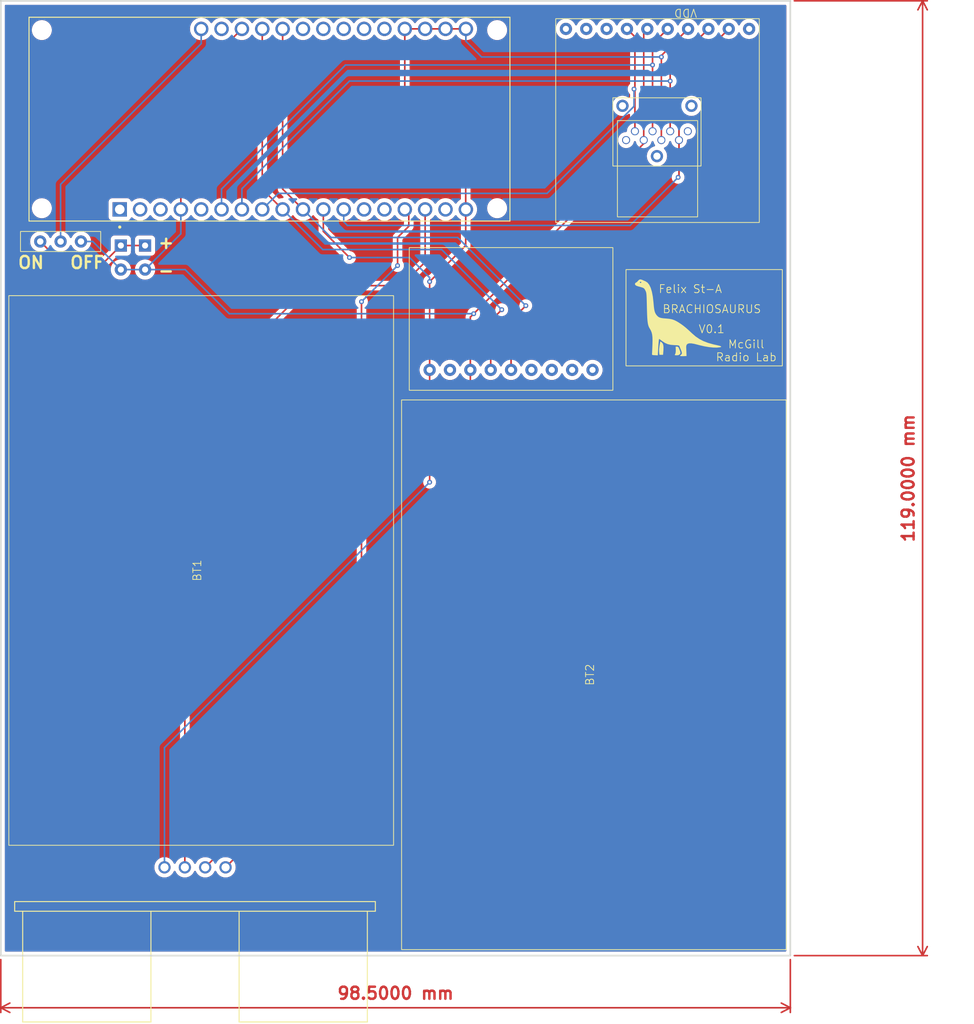
<source format=kicad_pcb>
(kicad_pcb (version 20240108) (generator "pcbnew") (generator_version "8.0")
  (layers (0 "F.Cu" signal) (31 "B.Cu" signal) (34 "B.Paste" user) (35 "F.Paste" user) (36 "B.SilkS" user "B.Silkscreen") (37 "F.SilkS" user "F.Silkscreen") (38 "B.Mask" user) (39 "F.Mask" user) (44 "Edge.Cuts" user))
  (net 0 "")
  (net 1 "Net-(U1-TRIG)")
  (net 2 "Net-(U1-ECHO)")
  (net 3 "Net-(U1-VCC)")
  (net 8 "Net-(U3-SCL)")
  (net 10 "Net-(U3-SDA)")
  (net 11 "Net-(U2-SCK)")
  (net 13 "Net-(U2-MISO)")
  (net 15 "Net-(U2-D7)")
  (net 18 "Net-(U2-MOSI)")
  (net 33 "Net-(SW1-B)")
  (net 36 "Net-(SW1-A)")
  (net 37 "Net-(SW1-C)")
  (footprint "singing foot:batteries" (layer "F.Cu") (at 121 110 90)
    (property "Reference" "BT1" (at 0 -0.5 90) (layer "F.SilkS") (effects (font (thickness 0.1))))
    (property "Value" "Battery_Cell")
    (fp_rect (start 34.25 -24) (end -34.25 24) (stroke (width 0.1)) (fill none) (layer "F.SilkS"))
  )
  (footprint "singing foot:battery_holes" (layer "F.Cu") (at 110.976 71 -90)
    (property "Reference" "U7" (hide yes))
    (property "Value" "~")
    (pad "1" thru_hole rect (at -1.5 0 270) (size 1.524 1.524) (drill 0.762) (layers "*.Cu" "*.Mask") (net 37 "Net-(SW1-C)"))
    (pad "2" thru_hole circle (at 1.5 0 270) (size 1.524 1.524) (drill 0.762) (layers "*.Cu" "*.Mask") (net 36 "Net-(SW1-A)"))
  )
  (footprint "singing foot:accelerometer" (layer "F.Cu") (at 159.66 78.65)
    (property "Reference" "U3" (hide yes))
    (property "Value" "~" (hide yes))
    (fp_rect (start -12.7 -8.89) (end 12.7 8.89) (stroke (width 0.1)) (fill none) (layer "F.SilkS"))
    (pad "1" thru_hole circle (at -10.16 6.35) (size 1.524 1.524) (drill 0.762) (layers "*.Cu" "*.Mask") (net 3 "Net-(U1-VCC)"))
    (pad "2" thru_hole circle (at -7.62 6.35) (size 1.524 1.524) (drill 0.762) (layers "*.Cu" "*.Mask"))
    (pad "3" thru_hole circle (at -5.08 6.35) (size 1.524 1.524) (drill 0.762) (layers "*.Cu" "*.Mask") (net 36 "Net-(SW1-A)"))
    (pad "4" thru_hole circle (at -2.54 6.35) (size 1.524 1.524) (drill 0.762) (layers "*.Cu" "*.Mask") (net 8 "Net-(U3-SCL)"))
    (pad "5" thru_hole circle (at 0 6.35) (size 1.524 1.524) (drill 0.762) (layers "*.Cu" "*.Mask") (net 10 "Net-(U3-SDA)"))
    (pad "6" thru_hole circle (at 2.54 6.35) (size 1.524 1.524) (drill 0.762) (layers "*.Cu" "*.Mask"))
    (pad "7" thru_hole circle (at 5.08 6.35) (size 1.524 1.524) (drill 0.762) (layers "*.Cu" "*.Mask"))
    (pad "8" thru_hole circle (at 7.62 6.35) (size 1.524 1.524) (drill 0.762) (layers "*.Cu" "*.Mask"))
    (pad "9" thru_hole circle (at 10.16 6.35) (size 1.524 1.524) (drill 0.762) (layers "*.Cu" "*.Mask"))
  )
  (footprint "singing foot:uSD board" (layer "F.Cu") (at 177.93 53.93 180)
    (property "Reference" "U4" (hide yes))
    (property "Value" "~" (hide yes))
    (fp_rect (start -5 -12) (end 5 0) (stroke (width 0.1)) (fill none) (layer "F.SilkS"))
    (fp_rect (start -12.7 -12.7) (end 12.7 12.7) (stroke (width 0.1)) (fill none) (layer "F.SilkS"))
    (fp_text user "VDD" (at -5 14 180) (layer "F.SilkS") (effects (font (thickness 0.1)) (justify left bottom)))
    (pad "1" thru_hole circle (at -11.43 11.43 180) (size 1.524 1.524) (drill 0.762) (layers "*.Cu" "*.Mask"))
    (pad "2" thru_hole circle (at -8.89 11.43 180) (size 1.524 1.524) (drill 0.762) (layers "*.Cu" "*.Mask") (net 15 "Net-(U2-D7)"))
    (pad "3" thru_hole circle (at -6.35 11.43 180) (size 1.524 1.524) (drill 0.762) (layers "*.Cu" "*.Mask") (net 18 "Net-(U2-MOSI)"))
    (pad "4" thru_hole circle (at -3.81 11.43 180) (size 1.524 1.524) (drill 0.762) (layers "*.Cu" "*.Mask") (net 3 "Net-(U1-VCC)"))
    (pad "5" thru_hole circle (at -1.27 11.43 180) (size 1.524 1.524) (drill 0.762) (layers "*.Cu" "*.Mask") (net 11 "Net-(U2-SCK)"))
    (pad "6" thru_hole circle (at 1.27 11.43 180) (size 1.524 1.524) (drill 0.762) (layers "*.Cu" "*.Mask") (net 36 "Net-(SW1-A)"))
    (pad "7" thru_hole circle (at 3.81 11.43 180) (size 1.524 1.524) (drill 0.762) (layers "*.Cu" "*.Mask") (net 13 "Net-(U2-MISO)"))
    (pad "8" thru_hole circle (at 6.35 11.43 180) (size 1.524 1.524) (drill 0.762) (layers "*.Cu" "*.Mask"))
    (pad "9" thru_hole circle (at 8.89 11.43 180) (size 1.524 1.524) (drill 0.762) (layers "*.Cu" "*.Mask"))
    (pad "10" thru_hole circle (at 11.43 11.43 180) (size 1.524 1.524) (drill 0.762) (layers "*.Cu" "*.Mask"))
  )
  (footprint "singing foot:battery_holes" (layer "F.Cu") (at 114 71 -90)
    (property "Reference" "U6" (hide yes))
    (property "Value" "~" (hide yes))
    (pad "1" thru_hole rect (at -1.5 0 270) (size 1.524 1.524) (drill 0.762) (layers "*.Cu" "*.Mask") (net 37 "Net-(SW1-C)"))
    (pad "2" thru_hole circle (at 1.5 0 270) (size 1.524 1.524) (drill 0.762) (layers "*.Cu" "*.Mask") (net 36 "Net-(SW1-A)"))
  )
  (footprint "singing foot:MODULE_DFR0654" (layer "F.Cu") (at 129.52 53.75 90)
    (property "Reference" "U2" (hide yes))
    (property "Value" "DFR0654")
    (fp_line (start 12.7 -30) (end -12.7 -30) (stroke (width 0.127)) (layer "F.SilkS"))
    (fp_line (start 12.7 -30) (end 12.7 30) (stroke (width 0.127)) (layer "F.SilkS"))
    (fp_line (start -12.7 -30) (end -12.7 30) (stroke (width 0.127)) (layer "F.SilkS"))
    (fp_line (start 12.7 30) (end -12.7 30) (stroke (width 0.127)) (layer "F.SilkS"))
    (fp_circle (center -13.45 -18.68) (end -13.35 -18.68) (stroke (width 0.2)) (fill none) (layer "F.SilkS"))
    (pad "" np_thru_hole circle (at -11.1 -28.4 90) (size 2 2) (drill 2) (layers "*.Cu" "*.Mask"))
    (pad "" np_thru_hole circle (at -11.1 28.4 90) (size 2 2) (drill 2) (layers "*.Cu" "*.Mask"))
    (pad "" np_thru_hole circle (at 11.1 -28.4 90) (size 2 2) (drill 2) (layers "*.Cu" "*.Mask"))
    (pad "" np_thru_hole circle (at 11.1 28.4 90) (size 2 2) (drill 2) (layers "*.Cu" "*.Mask"))
    (pad "1" thru_hole rect (at -11.25 -18.68 90) (size 1.8 1.8) (drill 1.2) (layers "*.Cu" "*.Mask"))
    (pad "2" thru_hole circle (at -11.25 -16.14 90) (size 1.8 1.8) (drill 1.2) (layers "*.Cu" "*.Mask"))
    (pad "3" thru_hole circle (at -11.25 -13.6 90) (size 1.8 1.8) (drill 1.2) (layers "*.Cu" "*.Mask"))
    (pad "4" thru_hole circle (at -11.25 -11.06 90) (size 1.8 1.8) (drill 1.2) (layers "*.Cu" "*.Mask") (net 36 "Net-(SW1-A)"))
    (pad "5" thru_hole circle (at -11.25 -8.52 90) (size 1.8 1.8) (drill 1.2) (layers "*.Cu" "*.Mask"))
    (pad "6" thru_hole circle (at -11.25 -5.98 90) (size 1.8 1.8) (drill 1.2) (layers "*.Cu" "*.Mask") (net 11 "Net-(U2-SCK)"))
    (pad "7" thru_hole circle (at -11.25 -3.44 90) (size 1.8 1.8) (drill 1.2) (layers "*.Cu" "*.Mask") (net 18 "Net-(U2-MOSI)"))
    (pad "8" thru_hole circle (at -11.25 -0.9 90) (size 1.8 1.8) (drill 1.2) (layers "*.Cu" "*.Mask") (net 13 "Net-(U2-MISO)"))
    (pad "9" thru_hole circle (at -11.25 1.64 90) (size 1.8 1.8) (drill 1.2) (layers "*.Cu" "*.Mask") (net 8 "Net-(U3-SCL)"))
    (pad "10" thru_hole circle (at -11.25 4.18 90) (size 1.8 1.8) (drill 1.2) (layers "*.Cu" "*.Mask") (net 10 "Net-(U3-SDA)"))
    (pad "11" thru_hole circle (at -11.25 6.72 90) (size 1.8 1.8) (drill 1.2) (layers "*.Cu" "*.Mask") (net 3 "Net-(U1-VCC)"))
    (pad "12" thru_hole circle (at -11.25 9.26 90) (size 1.8 1.8) (drill 1.2) (layers "*.Cu" "*.Mask") (net 15 "Net-(U2-D7)"))
    (pad "13" thru_hole circle (at -11.25 11.8 90) (size 1.8 1.8) (drill 1.2) (layers "*.Cu" "*.Mask"))
    (pad "14" thru_hole circle (at -11.25 14.34 90) (size 1.8 1.8) (drill 1.2) (layers "*.Cu" "*.Mask"))
    (pad "15" thru_hole circle (at -11.25 16.88 90) (size 1.8 1.8) (drill 1.2) (layers "*.Cu" "*.Mask") (net 2 "Net-(U1-ECHO)"))
    (pad "16" thru_hole circle (at -11.25 19.42 90) (size 1.8 1.8) (drill 1.2) (layers "*.Cu" "*.Mask") (net 1 "Net-(U1-TRIG)"))
    (pad "17" thru_hole circle (at -11.25 21.96 90) (size 1.8 1.8) (drill 1.2) (layers "*.Cu" "*.Mask"))
    (pad "18" thru_hole circle (at -11.25 24.5 90) (size 1.8 1.8) (drill 1.2) (layers "*.Cu" "*.Mask"))
    (pad "19" thru_hole circle (at 11.25 24.5 90) (size 1.8 1.8) (drill 1.2) (layers "*.Cu" "*.Mask") (net 3 "Net-(U1-VCC)"))
    (pad "20" thru_hole circle (at 11.25 21.96 90) (size 1.8 1.8) (drill 1.2) (layers "*.Cu" "*.Mask") (net 3 "Net-(U1-VCC)"))
    (pad "21" thru_hole circle (at 11.25 19.42 90) (size 1.8 1.8) (drill 1.2) (layers "*.Cu" "*.Mask") (net 3 "Net-(U1-VCC)"))
    (pad "22" thru_hole circle (at 11.25 16.88 90) (size 1.8 1.8) (drill 1.2) (layers "*.Cu" "*.Mask") (net 3 "Net-(U1-VCC)"))
    (pad "23" thru_hole circle (at 11.25 14.34 90) (size 1.8 1.8) (drill 1.2) (layers "*.Cu" "*.Mask"))
    (pad "24" thru_hole circle (at 11.25 11.8 90) (size 1.8 1.8) (drill 1.2) (layers "*.Cu" "*.Mask"))
    (pad "25" thru_hole circle (at 11.25 9.26 90) (size 1.8 1.8) (drill 1.2) (layers "*.Cu" "*.Mask"))
    (pad "26" thru_hole circle (at 11.25 6.72 90) (size 1.8 1.8) (drill 1.2) (layers "*.Cu" "*.Mask"))
    (pad "27" thru_hole circle (at 11.25 4.18 90) (size 1.8 1.8) (drill 1.2) (layers "*.Cu" "*.Mask"))
    (pad "28" thru_hole circle (at 11.25 1.64 90) (size 1.8 1.8) (drill 1.2) (layers "*.Cu" "*.Mask") (net 10 "Net-(U3-SDA)"))
    (pad "29" thru_hole circle (at 11.25 -0.9 90) (size 1.8 1.8) (drill 1.2) (layers "*.Cu" "*.Mask") (net 8 "Net-(U3-SCL)"))
    (pad "30" thru_hole circle (at 11.25 -3.44 90) (size 1.8 1.8) (drill 1.2) (layers "*.Cu" "*.Mask") (net 36 "Net-(SW1-A)"))
    (pad "31" thru_hole circle (at 11.25 -5.98 90) (size 1.8 1.8) (drill 1.2) (layers "*.Cu" "*.Mask"))
    (pad "32" thru_hole circle (at 11.25 -8.52 90) (size 1.8 1.8) (drill 1.2) (layers "*.Cu" "*.Mask") (net 33 "Net-(SW1-B)"))
  )
  (footprint "singing foot:XCVR_HC-SR04" (layer "F.Cu") (at 120.23 147)
    (property "Reference" "U1" (hide yes))
    (property "Value" "HC-SR04" (hide yes))
    (fp_line (start -22.5 4.27) (end 22.5 4.27) (stroke (width 0.127)) (layer "F.SilkS"))
    (fp_line (start -22.5 5.47) (end -22.5 4.27) (stroke (width 0.127)) (layer "F.SilkS"))
    (fp_line (start -21.5 5.47) (end -22.5 5.47) (stroke (width 0.127)) (layer "F.SilkS"))
    (fp_line (start -21.5 5.47) (end -21.5 19.27) (stroke (width 0.127)) (layer "F.SilkS"))
    (fp_line (start -21.5 19.27) (end -5.5 19.27) (stroke (width 0.127)) (layer "F.SilkS"))
    (fp_line (start -5.5 5.47) (end -21.5 5.47) (stroke (width 0.127)) (layer "F.SilkS"))
    (fp_line (start -5.5 5.47) (end -5.5 19.27) (stroke (width 0.127)) (layer "F.SilkS"))
    (fp_line (start 5.5 5.47) (end -5.5 5.47) (stroke (width 0.127)) (layer "F.SilkS"))
    (fp_line (start 5.5 5.47) (end 5.5 19.27) (stroke (width 0.127)) (layer "F.SilkS"))
    (fp_line (start 5.5 19.27) (end 21.5 19.27) (stroke (width 0.127)) (layer "F.SilkS"))
    (fp_line (start 21.5 5.47) (end 5.5 5.47) (stroke (width 0.127)) (layer "F.SilkS"))
    (fp_line (start 21.5 5.47) (end 21.5 19.27) (stroke (width 0.127)) (layer "F.SilkS"))
    (fp_line (start 22.5 4.27) (end 22.5 5.47) (stroke (width 0.127)) (layer "F.SilkS"))
    (fp_line (start 22.5 5.47) (end 21.5 5.47) (stroke (width 0.127)) (layer "F.SilkS"))
    (pad "1" thru_hole circle (at -3.81 0) (size 1.53 1.53) (drill 1.02) (layers "*.Cu" "*.Mask") (net 3 "Net-(U1-VCC)"))
    (pad "2" thru_hole circle (at -1.27 0) (size 1.53 1.53) (drill 1.02) (layers "*.Cu" "*.Mask") (net 1 "Net-(U1-TRIG)"))
    (pad "3" thru_hole circle (at 1.27 0) (size 1.53 1.53) (drill 1.02) (layers "*.Cu" "*.Mask") (net 2 "Net-(U1-ECHO)"))
    (pad "4" thru_hole circle (at 3.81 0) (size 1.53 1.53) (drill 1.02) (layers "*.Cu" "*.Mask") (net 36 "Net-(SW1-A)"))
  )
  (footprint "singing foot:batteries" (layer "F.Cu") (at 170 123 90)
    (property "Reference" "BT2" (at 0 -0.5 90) (layer "F.SilkS") (effects (font (thickness 0.1))))
    (property "Value" "Battery_Cell")
    (fp_rect (start 34.25 -24) (end -34.25 24) (stroke (width 0.1)) (fill none) (layer "F.SilkS"))
  )
  (footprint "singing foot:small_brachi" (layer "F.Cu") (at 180.5 78.5)
    (property "Reference" "G***" (hide yes))
    (property "Value" "LOGO" (hide yes))
    (fp_poly (pts (xy -2.179575 2.975739) (xy -2.075466 3.047072) (xy -2.048968 3.066464) (xy -1.929661 3.196215) (xy -1.855269 3.385284) (xy -1.822709 3.650108) (xy -1.828902 4.007124) (xy -1.841165 4.175014) (xy -1.879088 4.62364) (xy -2.10457 4.62364) (xy -2.330053 4.62364) (xy -2.368993 4.278368) (xy -2.374791 3.916444) (xy -2.322484 3.493244) (xy -2.314851 3.452718) (xy -2.271831 3.228786) (xy -2.239342 3.056035) (xy -2.222802 2.963406) (xy -2.22176 2.955531)) (fill solid) (layer "F.SilkS"))
    (fp_poly (pts (xy -0.139 3.603718) (xy -0.040579 3.616615) (xy 0.03143 3.671419) (xy 0.099509 3.794159) (xy 0.16513 3.955839) (xy 0.248511 4.180985) (xy 0.287907 4.326859) (xy 0.284976 4.425271) (xy 0.241381 4.508029) (xy 0.19682 4.562907) (xy 0.064462 4.65323) (xy -0.142234 4.683526) (xy -0.163464 4.683688) (xy -0.319981 4.676606) (xy -0.410978 4.658785) (xy -0.420331 4.649716) (xy -0.394539 4.576553) (xy -0.348555 4.484586) (xy -0.311949 4.353489) (xy -0.292477 4.150721) (xy -0.292401 3.978132) (xy -0.308023 3.602837)) (fill solid) (layer "F.SilkS"))
    (fp_poly (pts (xy -4.522341 -4.735148) (xy -4.490087 -4.721017) (xy -4.292407 -4.634026) (xy -4.084288 -4.546989) (xy -4.076119 -4.543693) (xy -3.821391 -4.379928) (xy -3.602215 -4.107279) (xy -3.418114 -3.724464) (xy -3.268613 -3.230199) (xy -3.153236 -2.623203) (xy -3.071508 -1.902194) (xy -3.064577 -1.816189) (xy -3.025325 -1.380576) (xy -2.979853 -1.043265) (xy -2.921973 -0.782461) (xy -2.845493 -0.576371) (xy -2.744224 -0.403202) (xy -2.619565 -0.249496) (xy -2.483482 -0.122834) (xy -2.325726 -0.03262) (xy -2.120894 0.029157) (xy -1.843583 0.070509) (xy -1.52379 0.096094) (xy -1.106961 0.134071) (xy -0.766788 0.19864) (xy -0.460501 0.303773) (xy -0.145327 0.463439) (xy 0.14315 0.640598) (xy 0.42829 0.831654) (xy 0.695482 1.02798) (xy 0.968013 1.248692) (xy 1.269167 1.512908) (xy 1.622233 1.839745) (xy 1.742737 1.953797) (xy 2.18666 2.335932) (xy 2.65339 2.653799) (xy 3.163787 2.917257) (xy 3.738708 3.136165) (xy 4.399012 3.320384) (xy 4.838328 3.417046) (xy 5.138077 3.486539) (xy 5.320233 3.549637) (xy 5.384192 3.605915) (xy 5.329351 3.654947) (xy 5.218953 3.684932) (xy 4.846593 3.72442) (xy 4.38569 3.71596) (xy 3.856748 3.661922) (xy 3.28027 3.564679) (xy 2.676757 3.426598) (xy 2.446294 3.364391) (xy 1.985494 3.249075) (xy 1.622887 3.192736) (xy 1.351093 3.197109) (xy 1.162731 3.26393) (xy 1.050419 3.394934) (xy 1.006776 3.591855) (xy 1.007583 3.702614) (xy 1.019045 3.927722) (xy 1.030822 4.200778) (xy 1.037607 4.383451) (xy 1.050827 4.773758) (xy 0.645508 4.791514) (xy 0.415249 4.792866) (xy 0.275803 4.774383) (xy 0.240189 4.746987) (xy 0.285727 4.66981) (xy 0.360283 4.609705) (xy 0.446474 4.527682) (xy 0.472814 4.411374) (xy 0.438446 4.23841) (xy 0.342512 3.98642) (xy 0.335778 3.970629) (xy 0.253119 3.77348) (xy 0.187955 3.610735) (xy 0.160199 3.534757) (xy 0.125113 3.488437) (xy 0.04054 3.45614) (xy -0.114242 3.433972) (xy -0.359955 3.41804) (xy -0.490828 3.412444) (xy -0.931714 3.374915) (xy -1.297835 3.291121) (xy -1.630224 3.146629) (xy -1.969913 2.927003) (xy -2.057139 2.861467) (xy -2.212369 2.745129) (xy -2.325589 2.665584) (xy -2.367054 2.64208) (xy -2.386866 2.6996) (xy -2.410117 2.862244) (xy -2.435413 3.11514) (xy -2.461359 3.443416) (xy -2.486559 3.832197) (xy -2.498246 4.040905) (xy -2.532756 4.689139) (xy -2.902667 4.671401) (xy -3.105162 4.658702) (xy -3.214217 4.636958) (xy -3.256432 4.593574) (xy -3.258411 4.515955) (xy -3.257188 4.503546) (xy -3.249821 4.394621) (xy -3.239287 4.189343) (xy -3.226675 3.911377) (xy -3.213077 3.58439) (xy -3.203744 3.344007) (xy -3.192472 2.842611) (xy -3.202984 2.438451) (xy -3.23876 2.110071) (xy -3.303279 1.836014) (xy -3.400019 1.594825) (xy -3.522035 1.381087) (xy -3.609788 1.231374) (xy -3.681487 1.071695) (xy -3.739111 0.887734) (xy -3.784643 0.665174) (xy -3.82006 0.389698) (xy -3.847344 0.04699) (xy -3.868475 -0.377268) (xy -3.885432 -0.897391) (xy -3.895766 -1.321041) (xy -3.907362 -1.829806) (xy -3.917916 -2.233512) (xy -3.928792 -2.547169) (xy -3.941356 -2.785788) (xy -3.956974 -2.96438) (xy -3.977011 -3.097955) (xy -4.002832 -3.201525) (xy -4.035803 -3.2901) (xy -4.07729 -3.378691) (xy -4.084214 -3.392672) (xy -4.157199 -3.530591) (xy -4.231156 -3.629534) (xy -4.330037 -3.703406) (xy -4.477793 -3.766108) (xy -4.698374 -3.831544) (xy -4.955054 -3.898181) (xy -5.210089 -3.984423) (xy -5.351895 -4.086915) (xy -5.386843 -4.211004) (xy -5.377544 -4.252921) (xy -5.312492 -4.355679) (xy -5.251889 -4.383452) (xy -5.21166 -4.403765) (xy -4.776671 -4.403765) (xy -4.731488 -4.336537) (xy -4.683688 -4.323405) (xy -4.60539 -4.366637) (xy -4.596182 -4.379303) (xy -4.600082 -4.450486) (xy -4.672271 -4.488515) (xy -4.744715 -4.472917) (xy -4.776671 -4.403765) (xy -5.21166 -4.403765) (xy -5.163405 -4.428131) (xy -5.054114 -4.53813) (xy -5.034924 -4.56299) (xy -4.878988 -4.726485) (xy -4.717996 -4.781009)) (fill solid) (layer "F.SilkS"))
  )
  (footprint "singing foot:uSD mount (up)" (layer "F.Cu") (at 177.86 52.09 180)
    (property "Reference" "U5" (hide yes))
    (property "Value" "~" (hide yes))
    (fp_rect (start -5.5 1) (end 5.5 -7.5) (stroke (width 0.1)) (fill none) (layer "F.SilkS"))
    (pad "" thru_hole circle (at -4.3 0 180) (size 1.524 1.524) (drill 0.9) (layers "*.Cu" "*.Mask"))
    (pad "" thru_hole circle (at 0 -6.27 180) (size 1.524 1.524) (drill 0.9) (layers "*.Cu" "*.Mask"))
    (pad "" thru_hole circle (at 4.3 0 180) (size 1.524 1.524) (drill 0.9) (layers "*.Cu" "*.Mask"))
    (pad "1" thru_hole circle (at -3.85 -3.17 180) (size 1 1) (drill 0.762) (layers "*.Cu" "*.Mask"))
    (pad "2" thru_hole circle (at -2.75 -4.27 180) (size 1 1) (drill 0.762) (layers "*.Cu" "*.Mask") (net 15 "Net-(U2-D7)"))
    (pad "3" thru_hole circle (at -1.65 -3.17 180) (size 1 1) (drill 0.762) (layers "*.Cu" "*.Mask") (net 18 "Net-(U2-MOSI)"))
    (pad "4" thru_hole circle (at -0.55 -4.27 180) (size 1 1) (drill 0.762) (layers "*.Cu" "*.Mask") (net 3 "Net-(U1-VCC)"))
    (pad "5" thru_hole circle (at 0.55 -3.17 180) (size 1 1) (drill 0.762) (layers "*.Cu" "*.Mask") (net 11 "Net-(U2-SCK)"))
    (pad "6" thru_hole circle (at 1.65 -4.27 180) (size 1 1) (drill 0.762) (layers "*.Cu" "*.Mask") (net 36 "Net-(SW1-A)"))
    (pad "7" thru_hole circle (at 2.75 -3.17 180) (size 1 1) (drill 0.762) (layers "*.Cu" "*.Mask") (net 13 "Net-(U2-MISO)"))
    (pad "8" thru_hole circle (at 3.85 -4.27 180) (size 1 1) (drill 0.762) (layers "*.Cu" "*.Mask"))
  )
  (footprint "singing foot:switch_sp" (layer "F.Cu") (at 103.46 69)
    (property "Reference" "SW1" (hide yes))
    (property "Value" "SW_SPDT_312" (hide yes))
    (fp_rect (start -5 -1.25) (end 5 1.25) (stroke (width 0.1)) (fill none) (layer "F.SilkS"))
    (pad "1" thru_hole circle (at 0 0) (size 1.524 1.524) (drill 0.8) (layers "*.Cu" "*.Mask") (net 33 "Net-(SW1-B)"))
    (pad "2" thru_hole circle (at -2.54 0) (size 1.524 1.524) (drill 0.8) (layers "*.Cu" "*.Mask") (net 37 "Net-(SW1-C)"))
    (pad "3" thru_hole circle (at 2.54 0) (size 1.524 1.524) (drill 0.8) (layers "*.Cu" "*.Mask") (net 36 "Net-(SW1-A)"))
  )
  (gr_rect (start 174 72.5) (end 193.5 84.5) (stroke (width 0.1)) (fill none) (layer "F.SilkS"))
  (gr_rect (start 194.5 158) (end 96 39) (stroke (width 0.2)) (fill none) (layer "Edge.Cuts"))
  (gr_text "V0.1" (at 183 80.5 0) (layer "F.SilkS") (effects (font (size 1 1) (thickness 0.1)) (justify left bottom)))
  (gr_text "-" (at 115.5 73.5 0) (layer "F.SilkS") (effects (font (size 1.5 1.5) (thickness 0.3) (bold yes)) (justify left bottom)))
  (gr_text "ON" (at 98 72.5 0) (layer "F.SilkS") (effects (font (size 1.5 1.5) (thickness 0.3) (bold yes)) (justify left bottom)))
  (gr_text "Felix St-A" (at 178 75.5 0) (layer "F.SilkS") (effects (font (size 1 1) (thickness 0.1)) (justify left bottom)))
  (gr_text "McGill\nRadio Lab" (at 189 84 0) (layer "F.SilkS") (effects (font (size 1 1) (thickness 0.1)) (justify bottom)))
  (gr_text "OFF" (at 104.5 72.5 0) (layer "F.SilkS") (effects (font (size 1.5 1.5) (thickness 0.3) (bold yes)) (justify left bottom)))
  (gr_text "BRACHIOSAURUS" (at 178.5 78 0) (layer "F.SilkS") (effects (font (size 1 1) (thickness 0.1)) (justify left bottom)))
  (gr_text "+" (at 115.5 70 0) (layer "F.SilkS") (effects (font (size 1.5 1.5) (thickness 0.3) (bold yes)) (justify left bottom)))
  (dimension (type aligned) (layer "F.Cu") (pts (xy 96 158) (xy 194.5 158)) (height 6.5) (gr_text "98,5000 mm" (at 145.25 162.7 0) (layer "F.Cu") (effects (font (size 1.5 1.5) (thickness 0.3)))) (format (prefix "") (suffix "") (units 3) (units_format 1) (precision 4)) (style (thickness 0.2) (arrow_length 1.27) (text_position_mode 0) (extension_height 0.58642) (extension_offset 0.5) keep_text_aligned))
  (dimension (type aligned) (layer "F.Cu") (pts (xy 194.5 158) (xy 194.5 39)) (height 16.5) (gr_text "119,0000 mm" (at 209.2 98.5 90) (layer "F.Cu") (effects (font (size 1.5 1.5) (thickness 0.3)))) (format (prefix "") (suffix "") (units 3) (units_format 1) (precision 4)) (style (thickness 0.2) (arrow_length 1.27) (text_position_mode 0) (extension_height 0.58642) (extension_offset 0.5) keep_text_aligned))
  (segment (start 134.5 74.5) (end 146 74.5) (width 0.2) (layer "F.Cu") (net 1))
  (segment (start 118.96 147) (end 118.96 90.04) (width 0.2) (layer "F.Cu") (net 1))
  (segment (start 119.25 89.75) (end 134.5 74.5) (width 0.2) (layer "F.Cu") (net 1))
  (segment (start 146 74.5) (end 148.94 71.56) (width 0.2) (layer "F.Cu") (net 1))
  (segment (start 148.94 71.56) (end 148.94 65) (width 0.2) (layer "F.Cu") (net 1))
  (segment (start 118.96 90.04) (end 119.25 89.75) (width 0.2) (layer "F.Cu") (net 1))
  (segment (start 145.5 68.5) (end 146.9 67.1) (width 0.2) (layer "F.Cu") (net 2))
  (segment (start 141 127.5) (end 141 125) (width 0.2) (layer "F.Cu") (net 2))
  (segment (start 146.9 67.1) (end 146.9 64.5) (width 0.2) (layer "F.Cu") (net 2))
  (segment (start 121.5 147) (end 141 127.5) (width 0.2) (layer "F.Cu") (net 2))
  (segment (start 145.5 72) (end 145.5 68.5) (width 0.2) (layer "F.Cu") (net 2))
  (segment (start 141 125) (end 141 76.5) (width 0.2) (layer "F.Cu") (net 2))
  (via (at 145.5 72) (size 0.6) (drill 0.3) (layers "F.Cu" "B.Cu") (net 2))
  (via (at 141 76.5) (size 0.6) (drill 0.3) (layers "F.Cu" "B.Cu") (net 2))
  (segment (start 141 76.5) (end 145.5 72) (width 0.2) (layer "B.Cu") (net 2))
  (segment (start 178.41 45.83) (end 181.74 42.5) (width 0.2) (layer "F.Cu") (net 3))
  (segment (start 146.4 51.4) (end 146.4 51) (width 0.2) (layer "F.Cu") (net 3))
  (segment (start 154.02 42.5) (end 146.4 42.5) (width 0.2) (layer "F.Cu") (net 3))
  (segment (start 146.4 42.5) (end 146.4 51) (width 0.2) (layer "F.Cu") (net 3))
  (segment (start 178.41 46) (end 178.41 56.36) (width 0.2) (layer "F.Cu") (net 3))
  (segment (start 178.41 46) (end 178.41 45.83) (width 0.2) (layer "F.Cu") (net 3))
  (segment (start 154 59) (end 146.4 51.4) (width 0.2) (layer "F.Cu") (net 3))
  (segment (start 139.5 71) (end 136.24 67.74) (width 0.2) (layer "F.Cu") (net 3))
  (segment (start 149.5 74) (end 154 69.5) (width 0.2) (layer "F.Cu") (net 3))
  (segment (start 149.5 85) (end 149.5 74) (width 0.2) (layer "F.Cu") (net 3))
  (segment (start 136.24 67.74) (end 136.24 65) (width 0.2) (layer "F.Cu") (net 3))
  (segment (start 149.5 99) (end 149.5 85) (width 0.2) (layer "F.Cu") (net 3))
  (segment (start 154 69.5) (end 154 59) (width 0.2) (layer "F.Cu") (net 3))
  (via (at 149.5 99) (size 0.6) (drill 0.3) (layers "F.Cu" "B.Cu") (net 3))
  (via (at 139.5 71) (size 0.6) (drill 0.3) (layers "F.Cu" "B.Cu") (net 3))
  (via (at 149.5 74) (size 0.6) (drill 0.3) (layers "F.Cu" "B.Cu") (net 3))
  (via (at 178.41 46) (size 0.6) (drill 0.3) (layers "F.Cu" "B.Cu") (net 3))
  (segment (start 154.02 44.04) (end 154.02 42.5) (width 0.2) (layer "B.Cu") (net 3))
  (segment (start 116.42 132.08) (end 117.5 131) (width 0.2) (layer "B.Cu") (net 3))
  (segment (start 149.5 73.5) (end 147 71) (width 0.2) (layer "B.Cu") (net 3))
  (segment (start 178.41 46) (end 155.98 46) (width 0.2) (layer "B.Cu") (net 3))
  (segment (start 149.5 99) (end 117.5 131) (width 0.2) (layer "B.Cu") (net 3))
  (segment (start 147 71) (end 143 71) (width 0.2) (layer "B.Cu") (net 3))
  (segment (start 155.98 46) (end 154.02 44.04) (width 0.2) (layer "B.Cu") (net 3))
  (segment (start 143 71) (end 139.5 71) (width 0.2) (layer "B.Cu") (net 3))
  (segment (start 149.5 74) (end 149.5 73.5) (width 0.2) (layer "B.Cu") (net 3))
  (segment (start 116.42 147) (end 116.42 132.08) (width 0.2) (layer "B.Cu") (net 3))
  (segment (start 157.12 85) (end 157.12 78.88) (width 0.2) (layer "F.Cu") (net 8))
  (segment (start 157.12 78.88) (end 158.5 77.5) (width 0.2) (layer "F.Cu") (net 8))
  (segment (start 131.16 65) (end 128.62 62.46) (width 0.2) (layer "F.Cu") (net 8))
  (segment (start 128.62 62.46) (end 128.62 42.5) (width 0.2) (layer "F.Cu") (net 8))
  (via (at 158.5 77.5) (size 0.6) (drill 0.3) (layers "F.Cu" "B.Cu") (net 8))
  (segment (start 136.16 70) (end 131.16 65) (width 0.2) (layer "B.Cu") (net 8))
  (segment (start 151 70) (end 158.5 77.5) (width 0.2) (layer "B.Cu") (net 8))
  (segment (start 151 70) (end 136.16 70) (width 0.2) (layer "B.Cu") (net 8))
  (segment (start 159.66 78.84) (end 161.5 77) (width 0.2) (layer "F.Cu") (net 10))
  (segment (start 131.16 62.46) (end 131.16 42.5) (width 0.2) (layer "F.Cu") (net 10))
  (segment (start 133.7 65) (end 131.16 62.46) (width 0.2) (layer "F.Cu") (net 10))
  (segment (start 159.66 85) (end 159.66 78.84) (width 0.2) (layer "F.Cu") (net 10))
  (via (at 161.5 77) (size 0.6) (drill 0.3) (layers "F.Cu" "B.Cu") (net 10))
  (segment (start 161.5 77) (end 153 68.5) (width 0.2) (layer "B.Cu") (net 10))
  (segment (start 137.2 68.5) (end 133.7 65) (width 0.2) (layer "B.Cu") (net 10))
  (segment (start 153 68.5) (end 137.2 68.5) (width 0.2) (layer "B.Cu") (net 10))
  (segment (start 177.31 44.39) (end 179.2 42.5) (width 0.2) (layer "F.Cu") (net 11))
  (segment (start 177.31 47) (end 177.31 55.26) (width 0.2) (layer "F.Cu") (net 11))
  (segment (start 177.31 47) (end 177.31 44.39) (width 0.2) (layer "F.Cu") (net 11))
  (via (at 177.31 47) (size 0.6) (drill 0.3) (layers "F.Cu" "B.Cu") (net 11))
  (segment (start 139 47) (end 123.54 62.46) (width 0.2) (layer "B.Cu") (net 11))
  (segment (start 177.31 47) (end 139 47) (width 0.2) (layer "B.Cu") (net 11))
  (segment (start 123.54 62.46) (end 123.54 65) (width 0.2) (layer "B.Cu") (net 11))
  (segment (start 175.11 43.89) (end 175.11 43.49) (width 0.2) (layer "F.Cu") (net 13))
  (segment (start 175.11 55.26) (end 175.11 44.11) (width 0.2) (layer "F.Cu") (net 13))
  (segment (start 175 44) (end 175.11 43.89) (width 0.2) (layer "F.Cu") (net 13))
  (segment (start 175.11 44.11) (end 175 44) (width 0.2) (layer "F.Cu") (net 13))
  (segment (start 175.11 43.49) (end 174.12 42.5) (width 0.2) (layer "F.Cu") (net 13))
  (via (at 175 50) (size 0.6) (drill 0.3) (layers "F.Cu" "B.Cu") (net 13))
  (segment (start 130.62 63) (end 128.62 65) (width 0.2) (layer "B.Cu") (net 13))
  (segment (start 175 52.151895) (end 164.151895 63) (width 0.2) (layer "B.Cu") (net 13))
  (segment (start 164.151895 63) (end 130.62 63) (width 0.2) (layer "B.Cu") (net 13))
  (segment (start 175 50) (end 175 52.151895) (width 0.2) (layer "B.Cu") (net 13))
  (segment (start 182.41 46.91) (end 180.61 48.71) (width 0.2) (layer "F.Cu") (net 15))
  (segment (start 180.61 56.36) (end 180.61 60.89) (width 0.2) (layer "F.Cu") (net 15))
  (segment (start 180.61 60.89) (end 180.5 61) (width 0.2) (layer "F.Cu") (net 15))
  (segment (start 180.61 48.71) (end 180.61 56.36) (width 0.2) (layer "F.Cu") (net 15))
  (segment (start 182.41 46.91) (end 186.82 42.5) (width 0.2) (layer "F.Cu") (net 15))
  (via (at 180.5 61) (size 0.6) (drill 0.3) (layers "F.Cu" "B.Cu") (net 15))
  (segment (start 138.78 66.54) (end 138.78 65) (width 0.2) (layer "B.Cu") (net 15))
  (segment (start 139.24 67) (end 138.78 66.54) (width 0.2) (layer "B.Cu") (net 15))
  (segment (start 174.5 67) (end 139.24 67) (width 0.2) (layer "B.Cu") (net 15))
  (segment (start 180.5 61) (end 174.5 67) (width 0.2) (layer "B.Cu") (net 15))
  (segment (start 179.51 49) (end 179.51 47.27) (width 0.2) (layer "F.Cu") (net 18))
  (segment (start 179.51 47.27) (end 184.28 42.5) (width 0.2) (layer "F.Cu") (net 18))
  (segment (start 179.51 49) (end 179.51 55.26) (width 0.2) (layer "F.Cu") (net 18))
  (via (at 179.51 49) (size 0.6) (drill 0.3) (layers "F.Cu" "B.Cu") (net 18))
  (segment (start 126.08 62.42) (end 126.08 65) (width 0.2) (layer "B.Cu") (net 18))
  (segment (start 139.5 49) (end 126.08 62.42) (width 0.2) (layer "B.Cu") (net 18))
  (segment (start 179.51 49) (end 139.5 49) (width 0.2) (layer "B.Cu") (net 18))
  (segment (start 103.46 61.879188) (end 121 44.339188) (width 0.2) (layer "B.Cu") (net 33))
  (segment (start 103.46 69) (end 103.46 61.879188) (width 0.2) (layer "B.Cu") (net 33))
  (segment (start 121 44.339188) (end 121 42.5) (width 0.2) (layer "B.Cu") (net 33))
  (segment (start 176.21 42.95) (end 176.21 56.36) (width 0.2) (layer "F.Cu") (net 36))
  (segment (start 176.21 56.36) (end 176.21 56.79) (width 0.2) (layer "F.Cu") (net 36))
  (segment (start 154.58 116.5) (end 154.58 116) (width 0.2) (layer "F.Cu") (net 36))
  (segment (start 124.04 147) (end 154.58 116.46) (width 0.2) (layer "F.Cu") (net 36))
  (segment (start 154.58 78.42) (end 154.58 85) (width 0.2) (layer "F.Cu") (net 36))
  (segment (start 154.58 116.46) (end 154.58 116) (width 0.2) (layer "F.Cu") (net 36))
  (segment (start 176.21 56.79) (end 155 78) (width 0.2) (layer "F.Cu") (net 36))
  (segment (start 176.66 42.5) (end 176.21 42.95) (width 0.2) (layer "F.Cu") (net 36))
  (segment (start 155 78) (end 154.58 78.42) (width 0.2) (layer "F.Cu") (net 36))
  (segment (start 154.58 116) (end 154.58 85) (width 0.2) (layer "F.Cu") (net 36))
  (segment (start 118.46 65) (end 118.46 50.12) (width 0.2) (layer "F.Cu") (net 36))
  (segment (start 118.46 50.12) (end 126.08 42.5) (width 0.2) (layer "F.Cu") (net 36))
  (via (at 155 78) (size 0.6) (drill 0.3) (layers "F.Cu" "B.Cu") (net 36))
  (segment (start 114 72.5) (end 118.46 68.04) (width 0.2) (layer "B.Cu") (net 36))
  (segment (start 119 72.5) (end 124.5 78) (width 0.2) (layer "B.Cu") (net 36))
  (segment (start 110.976 72.5) (end 114 72.5) (width 0.2) (layer "B.Cu") (net 36))
  (segment (start 114 72.5) (end 119 72.5) (width 0.2) (layer "B.Cu") (net 36))
  (segment (start 118.46 68.04) (end 118.46 65) (width 0.2) (layer "B.Cu") (net 36))
  (segment (start 106 69) (end 107.476 69) (width 0.2) (layer "B.Cu") (net 36))
  (segment (start 155 78) (end 124.5 78) (width 0.2) (layer "B.Cu") (net 36))
  (segment (start 107.476 69) (end 110.976 72.5) (width 0.2) (layer "B.Cu") (net 36))
  (segment (start 103.42 71.5) (end 100.92 69) (width 0.2) (layer "F.Cu") (net 37))
  (segment (start 110.976 69.5) (end 109 71.476) (width 0.2) (layer "F.Cu") (net 37))
  (segment (start 114 69.5) (end 110.976 69.5) (width 0.2) (layer "F.Cu") (net 37))
  (segment (start 109 71.5) (end 103.42 71.5) (width 0.2) (layer "F.Cu") (net 37))
  (segment (start 109 71.476) (end 109 71.5) (width 0.2) (layer "F.Cu") (net 37))
  (zone (net 0) (net_name "") (layers "F&B.Cu") (connect_pads (clearance 0.5)) (min_thickness 0.25) (fill yes (thermal_gap 0.5) (thermal_bridge_width 0.5) (island_removal_mode 1) (island_area_min 10))
    (polygon (pts (xy 96 39) (xy 194.5 39) (xy 194.5 158) (xy 96 158)))
  )
)
</source>
